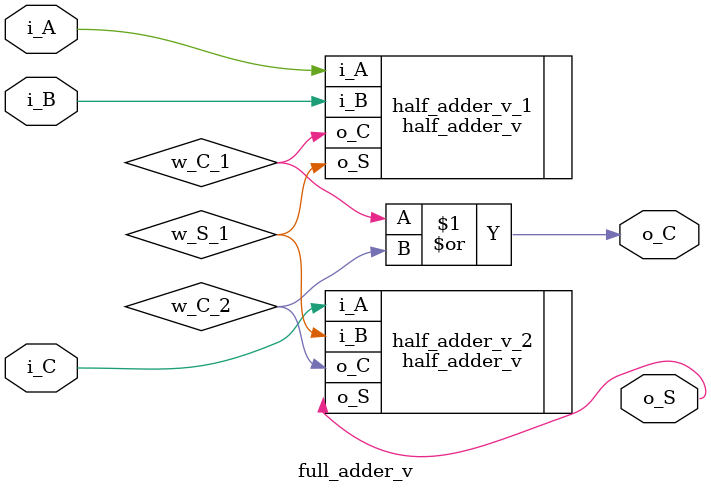
<source format=v>
module full_adder_v (
  input i_A,
  input i_B,
  input i_C,
  output o_S,
  output o_C
  );

  wire w_S_1;
  wire w_C_1;
  half_adder_v half_adder_v_1(
    .i_A(i_A),
    .i_B(i_B),
    .o_S(w_S_1),
    .o_C(w_C_1)
    );

  wire w_C_2;
  half_adder_v half_adder_v_2(
    .i_A(i_C),
    .i_B(w_S_1),
    .o_S(o_S),
    .o_C(w_C_2)
    );

  or(o_C, w_C_1 ,w_C_2);

endmodule //full_adder_v

</source>
